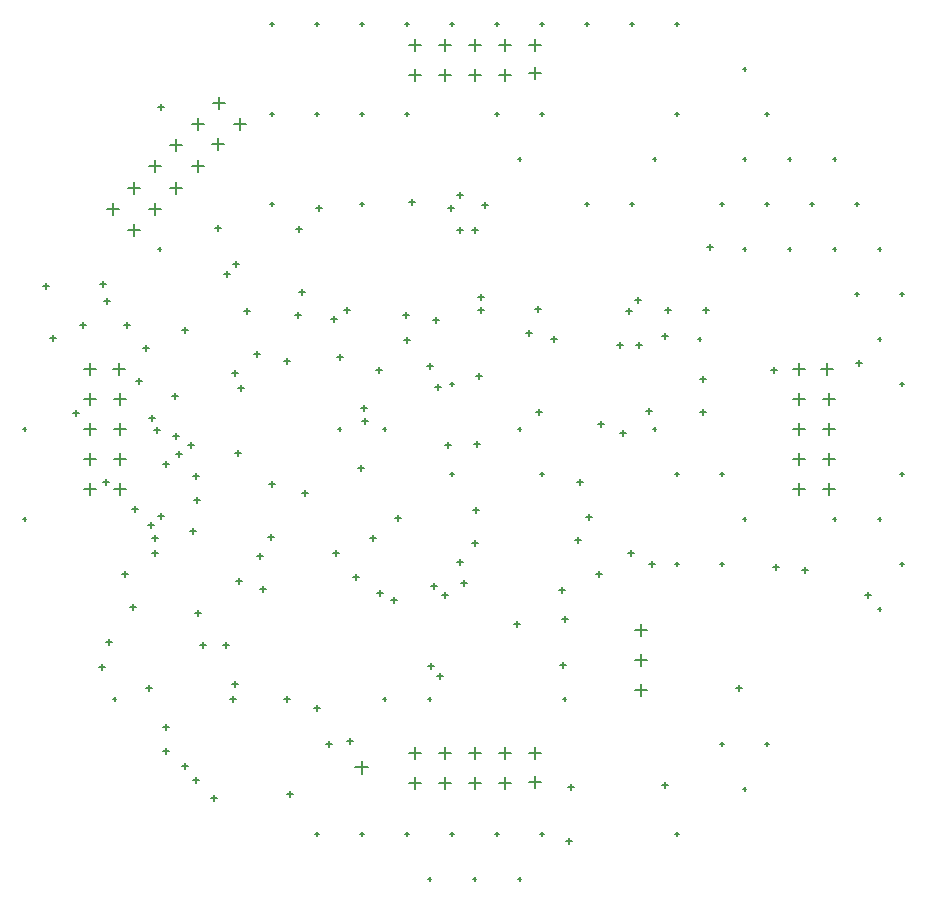
<source format=gbr>
%TF.GenerationSoftware,Altium Limited,Altium Designer,18.1.6 (161)*%
G04 Layer_Color=128*
%FSLAX25Y25*%
%MOIN*%
%TF.FileFunction,Drillmap*%
%TF.Part,Single*%
G01*
G75*
%TA.AperFunction,NonConductor*%
%ADD93C,0.00500*%
D93*
X194850Y294961D02*
X198850D01*
X196850Y292961D02*
Y296961D01*
X194850Y304961D02*
X198850D01*
X196850Y302961D02*
Y306961D01*
X194850Y314961D02*
X198850D01*
X196850Y312961D02*
Y316961D01*
X194850Y324961D02*
X198850D01*
X196850Y322961D02*
Y326961D01*
X194350Y334961D02*
X198350D01*
X196350Y332961D02*
Y336961D01*
X184850Y334961D02*
X188850D01*
X186850Y332961D02*
Y336961D01*
X184850Y324961D02*
X188850D01*
X186850Y322961D02*
Y326961D01*
X184850Y314961D02*
X188850D01*
X186850Y312961D02*
Y316961D01*
X184850Y304961D02*
X188850D01*
X186850Y302961D02*
Y306961D01*
X184850Y294961D02*
X188850D01*
X186850Y292961D02*
Y296961D01*
X421071Y294961D02*
X425071D01*
X423071Y292961D02*
Y296961D01*
X421071Y304961D02*
X425071D01*
X423071Y302961D02*
Y306961D01*
X421071Y314961D02*
X425071D01*
X423071Y312961D02*
Y316961D01*
X421071Y324961D02*
X425071D01*
X423071Y322961D02*
Y326961D01*
X421071Y334961D02*
X425071D01*
X423071Y332961D02*
Y336961D01*
X430571Y334961D02*
X434571D01*
X432571Y332961D02*
Y336961D01*
X431071Y324961D02*
X435071D01*
X433071Y322961D02*
Y326961D01*
X431071Y314961D02*
X435071D01*
X433071Y312961D02*
Y316961D01*
X431071Y304961D02*
X435071D01*
X433071Y302961D02*
Y306961D01*
X431071Y294961D02*
X435071D01*
X433071Y292961D02*
Y296961D01*
X368468Y228000D02*
X372406D01*
X370437Y226031D02*
Y229969D01*
X368468Y238000D02*
X372406D01*
X370437Y236032D02*
Y239968D01*
X368468Y248000D02*
X372406D01*
X370437Y246031D02*
Y249969D01*
X275043Y202153D02*
X279610D01*
X277327Y199870D02*
Y204437D01*
X227713Y423713D02*
X231713D01*
X229713Y421713D02*
Y425713D01*
X234784Y416642D02*
X238784D01*
X236784Y414642D02*
Y418642D01*
X199429Y381287D02*
X203429D01*
X201429Y379287D02*
Y383287D01*
X206500Y388358D02*
X210500D01*
X208500Y386358D02*
Y390358D01*
X213571Y395429D02*
X217571D01*
X215571Y393429D02*
Y397429D01*
X220642Y402500D02*
X224642D01*
X222642Y400500D02*
Y404500D01*
X227360Y409925D02*
X231360D01*
X229360Y407925D02*
Y411925D01*
X220642Y416642D02*
X224642D01*
X222642Y414642D02*
Y418642D01*
X213571Y409571D02*
X217571D01*
X215571Y407571D02*
Y411571D01*
X206500Y402500D02*
X210500D01*
X208500Y400500D02*
Y404500D01*
X199429Y395429D02*
X203429D01*
X201429Y393429D02*
Y397429D01*
X192358Y388358D02*
X196358D01*
X194358Y386358D02*
Y390358D01*
X292961Y433071D02*
X296961D01*
X294961Y431071D02*
Y435071D01*
X302961Y433071D02*
X306961D01*
X304961Y431071D02*
Y435071D01*
X312961Y433071D02*
X316961D01*
X314961Y431071D02*
Y435071D01*
X322961Y433071D02*
X326961D01*
X324961Y431071D02*
Y435071D01*
X332961Y433571D02*
X336961D01*
X334961Y431571D02*
Y435571D01*
X332961Y443071D02*
X336961D01*
X334961Y441071D02*
Y445071D01*
X322961Y443071D02*
X326961D01*
X324961Y441071D02*
Y445071D01*
X312961Y443071D02*
X316961D01*
X314961Y441071D02*
Y445071D01*
X302961Y443071D02*
X306961D01*
X304961Y441071D02*
Y445071D01*
X292961Y443071D02*
X296961D01*
X294961Y441071D02*
Y445071D01*
X292961Y196850D02*
X296961D01*
X294961Y194850D02*
Y198850D01*
X302961Y196850D02*
X306961D01*
X304961Y194850D02*
Y198850D01*
X312961Y196850D02*
X316961D01*
X314961Y194850D02*
Y198850D01*
X322961Y196850D02*
X326961D01*
X324961Y194850D02*
Y198850D01*
X332961Y197350D02*
X336961D01*
X334961Y195350D02*
Y199350D01*
X332961Y206850D02*
X336961D01*
X334961Y204850D02*
Y208850D01*
X322961Y206850D02*
X326961D01*
X324961Y204850D02*
Y208850D01*
X312961Y206850D02*
X316961D01*
X314961Y204850D02*
Y208850D01*
X302961Y206850D02*
X306961D01*
X304961Y204850D02*
Y208850D01*
X292961Y206850D02*
X296961D01*
X294961Y204850D02*
Y208850D01*
X202039Y331000D02*
X204039D01*
X203039Y330000D02*
Y332000D01*
X265500Y210000D02*
X267500D01*
X266500Y209000D02*
Y211000D01*
X251500Y225000D02*
X253500D01*
X252500Y224000D02*
Y226000D01*
X261500Y222000D02*
X263500D01*
X262500Y221000D02*
Y223000D01*
X272500Y211000D02*
X274500D01*
X273500Y210000D02*
Y212000D01*
X287000Y258000D02*
X289000D01*
X288000Y257000D02*
Y259000D01*
X377311Y196473D02*
X379311D01*
X378311Y195473D02*
Y197473D01*
X217500Y202654D02*
X219500D01*
X218500Y201654D02*
Y203654D01*
X221000Y198000D02*
X223000D01*
X222000Y197000D02*
Y199000D01*
X227000Y192000D02*
X229000D01*
X228000Y191000D02*
Y193000D01*
X211000Y207500D02*
X213000D01*
X212000Y206500D02*
Y208500D01*
X189851Y235550D02*
X191851D01*
X190851Y234550D02*
Y236550D01*
X192265Y244016D02*
X194265D01*
X193265Y243016D02*
Y245016D01*
X456900Y360000D02*
X458100D01*
X457500Y359400D02*
Y360600D01*
X171000Y362500D02*
X173000D01*
X172000Y361500D02*
Y363500D01*
X209418Y422208D02*
X211418D01*
X210418Y421208D02*
Y423208D01*
X181000Y320407D02*
X183000D01*
X182000Y319407D02*
Y321407D01*
X235279Y307055D02*
X237280D01*
X236280Y306055D02*
Y308055D01*
X221642Y253500D02*
X223642D01*
X222642Y252500D02*
Y254500D01*
X207400Y273500D02*
X209400D01*
X208400Y272500D02*
Y274500D01*
X198242Y349500D02*
X200242D01*
X199242Y348500D02*
Y350500D01*
X402000Y228500D02*
X404000D01*
X403000Y227500D02*
Y229500D01*
X445000Y259500D02*
X447000D01*
X446000Y258500D02*
Y260500D01*
X282394Y260280D02*
X284394D01*
X283394Y259280D02*
Y261280D01*
X262000Y388500D02*
X264000D01*
X263000Y387500D02*
Y389500D01*
X255500Y381500D02*
X257500D01*
X256500Y380500D02*
Y382500D01*
X256507Y360500D02*
X258507D01*
X257507Y359500D02*
Y361500D01*
X328000Y250000D02*
X330000D01*
X329000Y249000D02*
Y251000D01*
X233500Y225000D02*
X235500D01*
X234500Y224000D02*
Y226000D01*
X346000Y195693D02*
X348000D01*
X347000Y194693D02*
Y196693D01*
X299500Y236000D02*
X301500D01*
X300500Y235000D02*
Y237000D01*
X302500Y232500D02*
X304500D01*
X303500Y231500D02*
Y233500D01*
X424000Y268000D02*
X426000D01*
X425000Y267000D02*
Y269000D01*
X414500Y268921D02*
X416500D01*
X415500Y267921D02*
Y269921D01*
X234000Y230000D02*
X236000D01*
X235000Y229000D02*
Y231000D01*
X343500Y236250D02*
X345500D01*
X344500Y235250D02*
Y237250D01*
X373000Y270000D02*
X375000D01*
X374000Y269000D02*
Y271000D01*
X235500Y264244D02*
X237500D01*
X236500Y263244D02*
Y265244D01*
X204500Y342000D02*
X206500D01*
X205500Y341000D02*
Y343000D01*
X200677Y288442D02*
X202677D01*
X201677Y287442D02*
Y289442D01*
X221082Y299220D02*
X223082D01*
X222082Y298220D02*
Y300220D01*
X221500Y291338D02*
X223500D01*
X222500Y290338D02*
Y292338D01*
X223500Y243000D02*
X225500D01*
X224500Y242000D02*
Y244000D01*
X231000Y243000D02*
X233000D01*
X232000Y242000D02*
Y244000D01*
X217500Y348000D02*
X219500D01*
X218500Y347000D02*
Y349000D01*
X299052Y336000D02*
X301052D01*
X300052Y335000D02*
Y337000D01*
X267000Y351631D02*
X269000D01*
X268000Y350631D02*
Y352631D01*
X190000Y363315D02*
X192000D01*
X191000Y362315D02*
Y364315D01*
X191500Y357500D02*
X193500D01*
X192500Y356500D02*
Y358500D01*
X252500Y193461D02*
X254500D01*
X253500Y192461D02*
Y194461D01*
X356252Y316500D02*
X358252D01*
X357252Y315500D02*
Y317500D01*
X355500Y266500D02*
X357500D01*
X356500Y265500D02*
Y267500D01*
X291000Y353095D02*
X293000D01*
X292000Y352095D02*
Y354095D01*
X301000Y351189D02*
X303000D01*
X302000Y350189D02*
Y352189D01*
X449400Y375000D02*
X450600D01*
X450000Y374400D02*
Y375600D01*
X449400Y345000D02*
X450600D01*
X450000Y344400D02*
Y345600D01*
X456900Y330000D02*
X458100D01*
X457500Y329400D02*
Y330600D01*
X456900Y300000D02*
X458100D01*
X457500Y299400D02*
Y300600D01*
X449400Y285000D02*
X450600D01*
X450000Y284400D02*
Y285600D01*
X456900Y270000D02*
X458100D01*
X457500Y269400D02*
Y270600D01*
X449400Y255000D02*
X450600D01*
X450000Y254400D02*
Y255600D01*
X434400Y405000D02*
X435600D01*
X435000Y404400D02*
Y405600D01*
X441900Y390000D02*
X443100D01*
X442500Y389400D02*
Y390600D01*
X434400Y375000D02*
X435600D01*
X435000Y374400D02*
Y375600D01*
X441900Y360000D02*
X443100D01*
X442500Y359400D02*
Y360600D01*
X434400Y285000D02*
X435600D01*
X435000Y284400D02*
Y285600D01*
X419400Y405000D02*
X420600D01*
X420000Y404400D02*
Y405600D01*
X426900Y390000D02*
X428100D01*
X427500Y389400D02*
Y390600D01*
X419400Y375000D02*
X420600D01*
X420000Y374400D02*
Y375600D01*
X404400Y435000D02*
X405600D01*
X405000Y434400D02*
Y435600D01*
X411900Y420000D02*
X413100D01*
X412500Y419400D02*
Y420600D01*
X404400Y405000D02*
X405600D01*
X405000Y404400D02*
Y405600D01*
X411900Y390000D02*
X413100D01*
X412500Y389400D02*
Y390600D01*
X404400Y375000D02*
X405600D01*
X405000Y374400D02*
Y375600D01*
X404400Y285000D02*
X405600D01*
X405000Y284400D02*
Y285600D01*
X411900Y210000D02*
X413100D01*
X412500Y209400D02*
Y210600D01*
X404400Y195000D02*
X405600D01*
X405000Y194400D02*
Y195600D01*
X396900Y390000D02*
X398100D01*
X397500Y389400D02*
Y390600D01*
X389400Y345000D02*
X390600D01*
X390000Y344400D02*
Y345600D01*
X396900Y300000D02*
X398100D01*
X397500Y299400D02*
Y300600D01*
X396900Y270000D02*
X398100D01*
X397500Y269400D02*
Y270600D01*
X396900Y210000D02*
X398100D01*
X397500Y209400D02*
Y210600D01*
X381900Y450000D02*
X383100D01*
X382500Y449400D02*
Y450600D01*
X381900Y420000D02*
X383100D01*
X382500Y419400D02*
Y420600D01*
X374400Y405000D02*
X375600D01*
X375000Y404400D02*
Y405600D01*
X374400Y315000D02*
X375600D01*
X375000Y314400D02*
Y315600D01*
X381900Y300000D02*
X383100D01*
X382500Y299400D02*
Y300600D01*
X381900Y270000D02*
X383100D01*
X382500Y269400D02*
Y270600D01*
X381900Y180000D02*
X383100D01*
X382500Y179400D02*
Y180600D01*
X366900Y450000D02*
X368100D01*
X367500Y449400D02*
Y450600D01*
X366900Y390000D02*
X368100D01*
X367500Y389400D02*
Y390600D01*
X351900Y450000D02*
X353100D01*
X352500Y449400D02*
Y450600D01*
X351900Y390000D02*
X353100D01*
X352500Y389400D02*
Y390600D01*
X344400Y225000D02*
X345600D01*
X345000Y224400D02*
Y225600D01*
X336900Y450000D02*
X338100D01*
X337500Y449400D02*
Y450600D01*
X336900Y420000D02*
X338100D01*
X337500Y419400D02*
Y420600D01*
X329400Y405000D02*
X330600D01*
X330000Y404400D02*
Y405600D01*
X329400Y315000D02*
X330600D01*
X330000Y314400D02*
Y315600D01*
X336900Y300000D02*
X338100D01*
X337500Y299400D02*
Y300600D01*
X336900Y180000D02*
X338100D01*
X337500Y179400D02*
Y180600D01*
X329400Y165000D02*
X330600D01*
X330000Y164400D02*
Y165600D01*
X321900Y450000D02*
X323100D01*
X322500Y449400D02*
Y450600D01*
X321900Y420000D02*
X323100D01*
X322500Y419400D02*
Y420600D01*
X321900Y180000D02*
X323100D01*
X322500Y179400D02*
Y180600D01*
X314400Y165000D02*
X315600D01*
X315000Y164400D02*
Y165600D01*
X306900Y450000D02*
X308100D01*
X307500Y449400D02*
Y450600D01*
X306900Y330000D02*
X308100D01*
X307500Y329400D02*
Y330600D01*
X306900Y300000D02*
X308100D01*
X307500Y299400D02*
Y300600D01*
X299400Y225000D02*
X300600D01*
X300000Y224400D02*
Y225600D01*
X306900Y180000D02*
X308100D01*
X307500Y179400D02*
Y180600D01*
X299400Y165000D02*
X300600D01*
X300000Y164400D02*
Y165600D01*
X291900Y450000D02*
X293100D01*
X292500Y449400D02*
Y450600D01*
X291900Y420000D02*
X293100D01*
X292500Y419400D02*
Y420600D01*
X284400Y315000D02*
X285600D01*
X285000Y314400D02*
Y315600D01*
X284400Y225000D02*
X285600D01*
X285000Y224400D02*
Y225600D01*
X291900Y180000D02*
X293100D01*
X292500Y179400D02*
Y180600D01*
X276900Y450000D02*
X278100D01*
X277500Y449400D02*
Y450600D01*
X276900Y420000D02*
X278100D01*
X277500Y419400D02*
Y420600D01*
X276900Y390000D02*
X278100D01*
X277500Y389400D02*
Y390600D01*
X269400Y315000D02*
X270600D01*
X270000Y314400D02*
Y315600D01*
X276900Y180000D02*
X278100D01*
X277500Y179400D02*
Y180600D01*
X261900Y450000D02*
X263100D01*
X262500Y449400D02*
Y450600D01*
X261900Y420000D02*
X263100D01*
X262500Y419400D02*
Y420600D01*
X261900Y180000D02*
X263100D01*
X262500Y179400D02*
Y180600D01*
X246900Y450000D02*
X248100D01*
X247500Y449400D02*
Y450600D01*
X246900Y420000D02*
X248100D01*
X247500Y419400D02*
Y420600D01*
X246900Y390000D02*
X248100D01*
X247500Y389400D02*
Y390600D01*
X209400Y375000D02*
X210600D01*
X210000Y374400D02*
Y375600D01*
X194400Y225000D02*
X195600D01*
X195000Y224400D02*
Y225600D01*
X164400Y315000D02*
X165600D01*
X165000Y314400D02*
Y315600D01*
X164400Y285000D02*
X165600D01*
X165000Y284400D02*
Y285600D01*
X207400Y278500D02*
X209400D01*
X208400Y277500D02*
Y279500D01*
X191000Y297244D02*
X193000D01*
X192000Y296244D02*
Y298244D01*
X267650Y273500D02*
X269650D01*
X268650Y272500D02*
Y274500D01*
X276217Y302000D02*
X278217D01*
X277217Y301000D02*
Y303000D01*
X246000Y279000D02*
X248000D01*
X247000Y278000D02*
Y280000D01*
X242500Y272500D02*
X244500D01*
X243500Y271500D02*
Y273500D01*
X442000Y337000D02*
X444000D01*
X443000Y336000D02*
Y338000D01*
X310500Y263744D02*
X312500D01*
X311500Y262744D02*
Y264744D01*
X309000Y270500D02*
X311000D01*
X310000Y269500D02*
Y271500D01*
X274500Y265500D02*
X276500D01*
X275500Y264500D02*
Y266500D01*
X392500Y375500D02*
X394500D01*
X393500Y374500D02*
Y376500D01*
X214000Y326000D02*
X216000D01*
X215000Y325000D02*
Y327000D01*
X173500Y345480D02*
X175500D01*
X174500Y344480D02*
Y346480D01*
X197500Y266500D02*
X199500D01*
X198500Y265500D02*
Y267500D01*
X205500Y228500D02*
X207500D01*
X206500Y227500D02*
Y229500D01*
X220000Y281000D02*
X222000D01*
X221000Y280000D02*
Y282000D01*
X200000Y255500D02*
X202000D01*
X201000Y254500D02*
Y256500D01*
X343000Y261346D02*
X345000D01*
X344000Y260346D02*
Y262346D01*
X277500Y317500D02*
X279500D01*
X278500Y316500D02*
Y318500D01*
X206500D02*
X208500D01*
X207500Y317500D02*
Y319500D01*
X208000Y314500D02*
X210000D01*
X209000Y313500D02*
Y315500D01*
X277000Y322000D02*
X279000D01*
X278000Y321000D02*
Y323000D01*
X304000Y259500D02*
X306000D01*
X305000Y258500D02*
Y260500D01*
X255000Y353095D02*
X257000D01*
X256000Y352095D02*
Y354095D01*
X211000Y215500D02*
X213000D01*
X212000Y214500D02*
Y216500D01*
X293000Y390500D02*
X295000D01*
X294000Y389500D02*
Y391500D01*
X309201Y381201D02*
X311201D01*
X310201Y380201D02*
Y382201D01*
X271500Y354543D02*
X273500D01*
X272500Y353543D02*
Y355543D01*
X316158Y359000D02*
X318158D01*
X317158Y358000D02*
Y360000D01*
X313961Y381201D02*
X315961D01*
X314961Y380201D02*
Y382201D01*
X317500Y389500D02*
X319500D01*
X318500Y388500D02*
Y390500D01*
X306000Y388500D02*
X308000D01*
X307000Y387500D02*
Y389500D01*
X238000Y354248D02*
X240000D01*
X239000Y353248D02*
Y355248D01*
X344000Y251689D02*
X346000D01*
X345000Y250689D02*
Y252689D01*
X300500Y262752D02*
X302500D01*
X301500Y261752D02*
Y263752D01*
X305000Y309500D02*
X307000D01*
X306000Y308500D02*
Y310500D01*
X183500Y349811D02*
X185500D01*
X184500Y348811D02*
Y350811D01*
X228360Y382000D02*
X230360D01*
X229360Y381000D02*
Y383000D01*
X345500Y177500D02*
X347500D01*
X346500Y176500D02*
Y178500D01*
X219500Y309811D02*
X221500D01*
X220500Y308811D02*
Y310811D01*
X215500Y306500D02*
X217500D01*
X216500Y305500D02*
Y307500D01*
X211000Y303366D02*
X213000D01*
X212000Y302366D02*
Y304366D01*
X209500Y286000D02*
X211500D01*
X210500Y285000D02*
Y287000D01*
X206000Y283000D02*
X208000D01*
X207000Y282000D02*
Y284000D01*
X335500Y320500D02*
X337500D01*
X336500Y319500D02*
Y321500D01*
X243500Y261500D02*
X245500D01*
X244500Y260500D02*
Y262500D01*
X257500Y293500D02*
X259500D01*
X258500Y292500D02*
Y294500D01*
X309201Y393000D02*
X311201D01*
X310201Y392000D02*
Y394000D01*
X231500Y366500D02*
X233500D01*
X232500Y365500D02*
Y367500D01*
X362500Y343000D02*
X364500D01*
X363500Y342000D02*
Y344000D01*
X368500Y358000D02*
X370500D01*
X369500Y357000D02*
Y359000D01*
X365500Y354248D02*
X367500D01*
X366500Y353248D02*
Y355248D01*
X332000Y346850D02*
X334000D01*
X333000Y345850D02*
Y347850D01*
X236000Y328500D02*
X238000D01*
X237000Y327500D02*
Y329500D01*
X391000Y354748D02*
X393000D01*
X392000Y353748D02*
Y355748D01*
X251500Y337500D02*
X253500D01*
X252500Y336500D02*
Y338500D01*
X241500Y340000D02*
X243500D01*
X242500Y339000D02*
Y341000D01*
X378500Y354500D02*
X380500D01*
X379500Y353500D02*
Y355500D01*
X390000Y320500D02*
X392000D01*
X391000Y319500D02*
Y321500D01*
X413756Y334500D02*
X415756D01*
X414756Y333500D02*
Y335500D01*
X372000Y321000D02*
X374000D01*
X373000Y320000D02*
Y322000D01*
X348500Y278114D02*
X350500D01*
X349500Y277114D02*
Y279114D01*
X288500Y285339D02*
X290500D01*
X289500Y284339D02*
Y286339D01*
X269000Y339000D02*
X271000D01*
X270000Y338000D02*
Y340000D01*
X234000Y333500D02*
X236000D01*
X235000Y332500D02*
Y334500D01*
X246500Y296500D02*
X248500D01*
X247500Y295500D02*
Y297500D01*
X368874Y343000D02*
X370874D01*
X369874Y342000D02*
Y344000D01*
X280000Y278500D02*
X282000D01*
X281000Y277500D02*
Y279500D01*
X291500Y344500D02*
X293500D01*
X292500Y343500D02*
Y345500D01*
X366000Y273500D02*
X368000D01*
X367000Y272500D02*
Y274500D01*
X301752Y329000D02*
X303752D01*
X302752Y328000D02*
Y330000D01*
X315500Y332500D02*
X317500D01*
X316500Y331500D02*
Y333500D01*
X282122Y334500D02*
X284122D01*
X283122Y333500D02*
Y335500D01*
X316000Y354500D02*
X318000D01*
X317000Y353500D02*
Y355500D01*
X234500Y370000D02*
X236500D01*
X235500Y369000D02*
Y371000D01*
X377311Y346000D02*
X379311D01*
X378311Y345000D02*
Y347000D01*
X363500Y313500D02*
X365500D01*
X364500Y312500D02*
Y314500D01*
X349244Y297244D02*
X351244D01*
X350244Y296244D02*
Y298244D01*
X352000Y285756D02*
X354000D01*
X353000Y284756D02*
Y286756D01*
X340500Y345000D02*
X342500D01*
X341500Y344000D02*
Y346000D01*
X335000Y355000D02*
X337000D01*
X336000Y354000D02*
Y356000D01*
X314661Y310122D02*
X316661D01*
X315661Y309122D02*
Y311122D01*
X214500Y312500D02*
X216500D01*
X215500Y311500D02*
Y313500D01*
X314323Y287933D02*
X316323D01*
X315323Y286933D02*
Y288933D01*
X314161Y276839D02*
X316161D01*
X315161Y275839D02*
Y277839D01*
X390250Y331750D02*
X392250D01*
X391250Y330750D02*
Y332750D01*
%TF.MD5,1b8a9e643e90efe1e808d86a0928ad69*%
M02*

</source>
